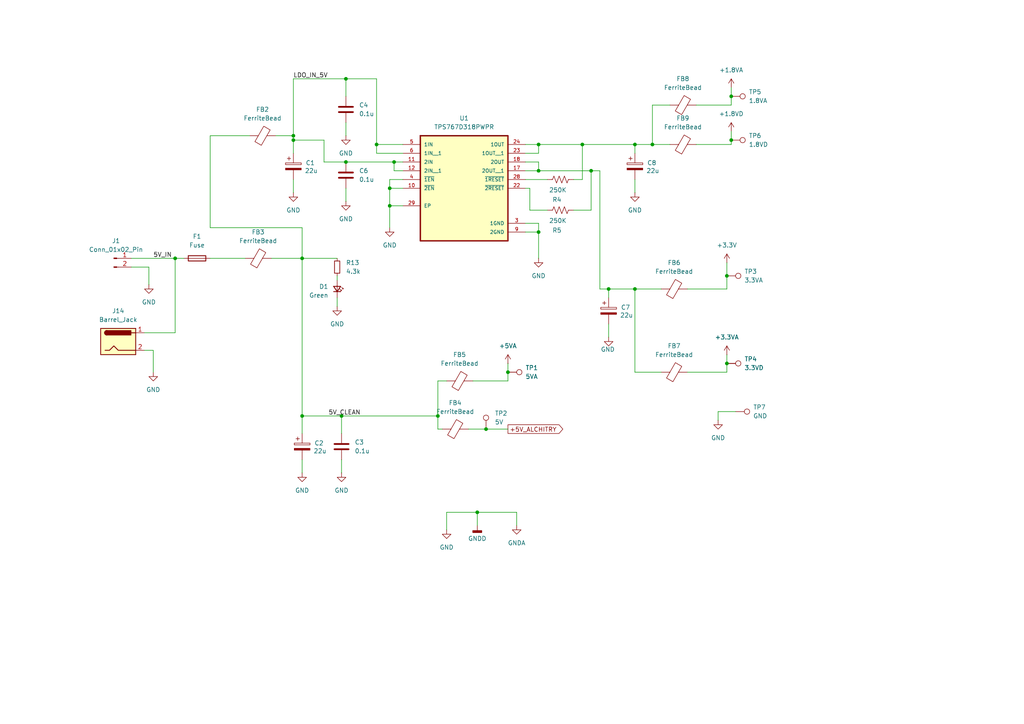
<source format=kicad_sch>
(kicad_sch (version 20231120) (generator "eeschema") (generator_version "8.0")
  (paper "A4")
  (title_block (title "Streamoscope") (date "2024-08-11") (rev "4") (company "Massachusetts Institute of Technology"))
  (lib_symbols
    (symbol "Connector:Barrel_Jack" (pin_names (offset 1.016))
      (property "Reference" "J" (at 0 5.334 0))
      (property "Value" "Barrel_Jack" (at 0 -5.08 0))
      (symbol "Barrel_Jack_0_1"
        (rectangle (start -5.08 3.81) (end 5.08 -3.81) (stroke (width 0.254)) (fill (type background)))
        (arc (start -3.302 3.175) (mid -3.9343 2.54) (end -3.302 1.905) (stroke (width 0.254)))
        (arc (start -3.302 3.175) (mid -3.9343 2.54) (end -3.302 1.905) (stroke (width 0.254)) (fill (type outline)))
        (polyline (pts (xy 5.08 2.54) (xy 3.81 2.54)) (stroke (width 0.254)))
        (polyline (pts (xy -3.81 -2.54) (xy -2.54 -2.54) (xy -1.27 -1.27) (xy 0 -2.54) (xy 2.54 -2.54) (xy 5.08 -2.54)) (stroke (width 0.254)))
        (rectangle (start 3.683 3.175) (end -3.302 1.905) (stroke (width 0.254)) (fill (type outline)))
      )
      (symbol "Barrel_Jack_1_1"
        (pin passive line (at 7.62 2.54 180) (length 2.54) (name "~") (number "1"))
        (pin passive line (at 7.62 -2.54 180) (length 2.54) (name "~") (number "2"))
      )
    )
    (symbol "Connector:Conn_01x02_Pin" (pin_names (offset 1.016) hide)
      (property "Reference" "J" (at 0 2.54 0))
      (property "Value" "Conn_01x02_Pin" (at 0 -5.08 0))
      (symbol "Conn_01x02_Pin_1_1"
        (polyline (pts (xy 1.27 -2.54) (xy 0.8636 -2.54)) (stroke (width 0.1524)))
        (polyline (pts (xy 1.27 0) (xy 0.8636 0)) (stroke (width 0.1524)))
        (rectangle (start 0.8636 -2.413) (end 0 -2.667) (stroke (width 0.1524)) (fill (type outline)))
        (rectangle (start 0.8636 0.127) (end 0 -0.127) (stroke (width 0.1524)) (fill (type outline)))
        (pin passive line (at 5.08 0 180) (length 3.81) (name "Pin_1") (number "1"))
        (pin passive line (at 5.08 -2.54 180) (length 3.81) (name "Pin_2") (number "2"))
      )
    )
    (symbol "Connector:TestPoint" (pin_numbers hide) (pin_names (offset 0.762) hide)
      (property "Reference" "TP" (at 0 6.858 0))
      (property "Value" "TestPoint" (at 0 5.08 0))
      (symbol "TestPoint_0_1"
        (circle (center 0 3.302) (radius 0.762))
      )
      (symbol "TestPoint_1_1"
        (pin passive line (at 0 0 90) (length 2.54) (name "1") (number "1"))
      )
    )
    (symbol "Device:C" (pin_numbers hide) (pin_names (offset 0.254))
      (property "Reference" "C" (at 0.635 2.54 0))
      (property "Value" "C" (at 0.635 -2.54 0))
      (symbol "C_0_1"
        (polyline (pts (xy -2.032 -0.762) (xy 2.032 -0.762)) (stroke (width 0.508)))
        (polyline (pts (xy -2.032 0.762) (xy 2.032 0.762)) (stroke (width 0.508)))
      )
      (symbol "C_1_1"
        (pin passive line (at 0 3.81 270) (length 2.794) (name "~") (number "1"))
        (pin passive line (at 0 -3.81 90) (length 2.794) (name "~") (number "2"))
      )
    )
    (symbol "Device:C_Polarized" (pin_numbers hide) (pin_names (offset 0.254))
      (property "Reference" "C" (at 0.635 2.54 0))
      (property "Value" "C_Polarized" (at 0.635 -2.54 0))
      (symbol "C_Polarized_0_1"
        (rectangle (start -2.286 0.508) (end 2.286 1.016))
        (polyline (pts (xy -1.778 2.286) (xy -0.762 2.286)))
        (polyline (pts (xy -1.27 2.794) (xy -1.27 1.778)))
        (rectangle (start 2.286 -0.508) (end -2.286 -1.016) (fill (type outline)))
      )
      (symbol "C_Polarized_1_1"
        (pin passive line (at 0 3.81 270) (length 2.794) (name "~") (number "1"))
        (pin passive line (at 0 -3.81 90) (length 2.794) (name "~") (number "2"))
      )
    )
    (symbol "Device:FerriteBead" (pin_numbers hide) (pin_names (offset 0))
      (property "Reference" "FB" (at -3.81 0.635 90))
      (property "Value" "FerriteBead" (at 3.81 0 90))
      (symbol "FerriteBead_0_1"
        (polyline (pts (xy 0 -1.27) (xy 0 -1.2192)))
        (polyline (pts (xy 0 1.27) (xy 0 1.2954)))
        (polyline (pts (xy -2.7686 0.4064) (xy -1.7018 2.2606) (xy 2.7686 -0.3048) (xy 1.6764 -2.159) (xy -2.7686 0.4064)))
      )
      (symbol "FerriteBead_1_1"
        (pin passive line (at 0 3.81 270) (length 2.54) (name "~") (number "1"))
        (pin passive line (at 0 -3.81 90) (length 2.54) (name "~") (number "2"))
      )
    )
    (symbol "Device:Fuse" (pin_numbers hide) (pin_names (offset 0))
      (property "Reference" "F" (at 2.032 0 90))
      (property "Value" "Fuse" (at -1.905 0 90))
      (symbol "Fuse_0_1"
        (rectangle (start -0.762 -2.54) (end 0.762 2.54) (stroke (width 0.254)))
        (polyline (pts (xy 0 2.54) (xy 0 -2.54)))
      )
      (symbol "Fuse_1_1"
        (pin passive line (at 0 3.81 270) (length 1.27) (name "~") (number "1"))
        (pin passive line (at 0 -3.81 90) (length 1.27) (name "~") (number "2"))
      )
    )
    (symbol "Device:LED_Small" (pin_numbers hide) (pin_names (offset 0.254) hide)
      (property "Reference" "D" (at -1.27 3.175 0))
      (property "Value" "LED_Small" (at -4.445 -2.54 0))
      (symbol "LED_Small_0_1"
        (polyline (pts (xy -0.762 -1.016) (xy -0.762 1.016)) (stroke (width 0.254)))
        (polyline (pts (xy 1.016 0) (xy -0.762 0)))
        (polyline (pts (xy 0.762 -1.016) (xy -0.762 0) (xy 0.762 1.016) (xy 0.762 -1.016)) (stroke (width 0.254)))
        (polyline (pts (xy 0 0.762) (xy -0.508 1.27) (xy -0.254 1.27) (xy -0.508 1.27) (xy -0.508 1.016)))
        (polyline (pts (xy 0.508 1.27) (xy 0 1.778) (xy 0.254 1.778) (xy 0 1.778) (xy 0 1.524)))
      )
      (symbol "LED_Small_1_1"
        (pin passive line (at -2.54 0 0) (length 1.778) (name "K") (number "1"))
        (pin passive line (at 2.54 0 180) (length 1.778) (name "A") (number "2"))
      )
    )
    (symbol "Device:R_Small" (pin_numbers hide) (pin_names (offset 0.254) hide)
      (property "Reference" "R" (at 0.762 0.508 0))
      (property "Value" "R_Small" (at 0.762 -1.016 0))
      (symbol "R_Small_0_1"
        (rectangle (start -0.762 1.778) (end 0.762 -1.778) (stroke (width 0.2032)))
      )
      (symbol "R_Small_1_1"
        (pin passive line (at 0 2.54 270) (length 0.762) (name "~") (number "1"))
        (pin passive line (at 0 -2.54 90) (length 0.762) (name "~") (number "2"))
      )
    )
    (symbol "Device:R_US" (pin_numbers hide) (pin_names (offset 0))
      (property "Reference" "R" (at 2.54 0 90))
      (property "Value" "R_US" (at -2.54 0 90))
      (symbol "R_US_0_1"
        (polyline (pts (xy 0 -2.286) (xy 0 -2.54)))
        (polyline (pts (xy 0 2.286) (xy 0 2.54)))
        (polyline (pts (xy 0 -0.762) (xy 1.016 -1.143) (xy 0 -1.524) (xy -1.016 -1.905) (xy 0 -2.286)))
        (polyline (pts (xy 0 0.762) (xy 1.016 0.381) (xy 0 0) (xy -1.016 -0.381) (xy 0 -0.762)))
        (polyline (pts (xy 0 2.286) (xy 1.016 1.905) (xy 0 1.524) (xy -1.016 1.143) (xy 0 0.762)))
      )
      (symbol "R_US_1_1"
        (pin passive line (at 0 3.81 270) (length 1.27) (name "~") (number "1"))
        (pin passive line (at 0 -3.81 90) (length 1.27) (name "~") (number "2"))
      )
    )
    (symbol "handheld_mri:+1.8VA" (power) (pin_names (offset 0))
      (property "Value" "+1.8VA" (at 0 3.556 0))
      (symbol "+1.8VA_0_1"
        (polyline (pts (xy -0.762 1.27) (xy 0 2.54)))
        (polyline (pts (xy 0 0) (xy 0 2.54)))
        (polyline (pts (xy 0 2.54) (xy 0.762 1.27)))
      )
      (symbol "+1.8VA_1_1"
        (pin power_in line (at 0 0 90) (length 0) hide (name "+1.8VA") (number "1"))
      )
    )
    (symbol "handheld_mri:+1.8VD" (power) (pin_names (offset 0))
      (property "Value" "+1.8VD" (at 0 3.556 0))
      (symbol "+1.8VD_0_1"
        (polyline (pts (xy -0.762 1.27) (xy 0 2.54)))
        (polyline (pts (xy 0 0) (xy 0 2.54)))
        (polyline (pts (xy 0 2.54) (xy 0.762 1.27)))
      )
      (symbol "+1.8VD_1_1"
        (pin power_in line (at 0 0 90) (length 0) hide (name "+1.8VD") (number "1"))
      )
    )
    (symbol "handheld_mri:TPS767D318PWPR" (pin_names (offset 1.016))
      (property "Reference" "U" (at -12.7 13.7 0))
      (property "Value" "TPS767D318PWPR" (at -12.7 -21.78 0))
      (symbol "TPS767D318PWPR_0_0"
        (rectangle (start -12.7 -17.78) (end 12.7 12.7) (stroke (width 0.41)) (fill (type background)))
        (pin input line (at -17.78 -2.54 0) (length 5.08) (name "~{2EN}") (number "10"))
        (pin input line (at -17.78 5.08 0) (length 5.08) (name "2IN") (number "11"))
        (pin input line (at -17.78 2.54 0) (length 5.08) (name "2IN__1") (number "12"))
        (pin output line (at 17.78 2.54 180) (length 5.08) (name "2OUT__1") (number "17"))
        (pin output line (at 17.78 5.08 180) (length 5.08) (name "2OUT") (number "18"))
        (pin output line (at 17.78 -2.54 180) (length 5.08) (name "~{2RESET}") (number "22"))
        (pin output line (at 17.78 7.62 180) (length 5.08) (name "1OUT__1") (number "23"))
        (pin output line (at 17.78 10.16 180) (length 5.08) (name "1OUT") (number "24"))
        (pin output line (at 17.78 0 180) (length 5.08) (name "~{1RESET}") (number "28"))
        (pin bidirectional line (at -17.78 -7.62 0) (length 5.08) (name "EP") (number "29"))
        (pin power_in line (at 17.78 -12.7 180) (length 5.08) (name "1GND") (number "3"))
        (pin input line (at -17.78 0 0) (length 5.08) (name "~{1EN}") (number "4"))
        (pin input line (at -17.78 10.16 0) (length 5.08) (name "1IN") (number "5"))
        (pin input line (at -17.78 7.62 0) (length 5.08) (name "1IN__1") (number "6"))
        (pin power_in line (at 17.78 -15.24 180) (length 5.08) (name "2GND") (number "9"))
      )
    )
    (symbol "power:+3.3V" (power) (pin_numbers hide) (pin_names (offset 0) hide)
      (property "Value" "+3.3V" (at 0 3.556 0))
      (symbol "+3.3V_0_1"
        (polyline (pts (xy -0.762 1.27) (xy 0 2.54)))
        (polyline (pts (xy 0 0) (xy 0 2.54)))
        (polyline (pts (xy 0 2.54) (xy 0.762 1.27)))
      )
      (symbol "+3.3V_1_1"
        (pin power_in line (at 0 0 90) (length 0) (name "~") (number "1"))
      )
    )
    (symbol "power:+3.3VA" (power) (pin_numbers hide) (pin_names (offset 0) hide)
      (property "Value" "+3.3VA" (at 0 3.556 0))
      (symbol "+3.3VA_0_1"
        (polyline (pts (xy -0.762 1.27) (xy 0 2.54)))
        (polyline (pts (xy 0 0) (xy 0 2.54)))
        (polyline (pts (xy 0 2.54) (xy 0.762 1.27)))
      )
      (symbol "+3.3VA_1_1"
        (pin power_in line (at 0 0 90) (length 0) (name "~") (number "1"))
      )
    )
    (symbol "power:+5VA" (power) (pin_numbers hide) (pin_names (offset 0) hide)
      (property "Value" "+5VA" (at 0 3.556 0))
      (symbol "+5VA_0_1"
        (polyline (pts (xy -0.762 1.27) (xy 0 2.54)))
        (polyline (pts (xy 0 0) (xy 0 2.54)))
        (polyline (pts (xy 0 2.54) (xy 0.762 1.27)))
      )
      (symbol "+5VA_1_1"
        (pin power_in line (at 0 0 90) (length 0) (name "~") (number "1"))
      )
    )
    (symbol "power:GND" (power) (pin_numbers hide) (pin_names (offset 0) hide)
      (property "Value" "GND" (at 0 -3.81 0))
      (symbol "GND_0_1"
        (polyline (pts (xy 0 0) (xy 0 -1.27) (xy 1.27 -1.27) (xy 0 -2.54) (xy -1.27 -1.27) (xy 0 -1.27)))
      )
      (symbol "GND_1_1"
        (pin power_in line (at 0 0 270) (length 0) (name "~") (number "1"))
      )
    )
    (symbol "power:GNDA" (power) (pin_numbers hide) (pin_names (offset 0) hide)
      (property "Value" "GNDA" (at 0 -3.81 0))
      (symbol "GNDA_0_1"
        (polyline (pts (xy 0 0) (xy 0 -1.27) (xy 1.27 -1.27) (xy 0 -2.54) (xy -1.27 -1.27) (xy 0 -1.27)))
      )
      (symbol "GNDA_1_1"
        (pin power_in line (at 0 0 270) (length 0) (name "~") (number "1"))
      )
    )
    (symbol "power:GNDD" (power) (pin_numbers hide) (pin_names (offset 0) hide)
      (property "Value" "GNDD" (at 0 -3.175 0))
      (symbol "GNDD_0_1"
        (rectangle (start -1.27 -1.524) (end 1.27 -2.032) (stroke (width 0.254)) (fill (type outline)))
        (polyline (pts (xy 0 0) (xy 0 -1.524)))
      )
      (symbol "GNDD_1_1"
        (pin power_in line (at 0 0 270) (length 0) (name "~") (number "1"))
      )
    )
  )
  (junction (at 147.32 107.95))
  (junction (at 184.15 83.82))
  (junction (at 210.82 105.41))
  (junction (at 87.63 74.93))
  (junction (at 100.33 22.86))
  (junction (at 85.09 40.64))
  (junction (at 212.09 40.64))
  (junction (at 114.3 46.99))
  (junction (at 85.09 39.37))
  (junction (at 212.09 27.94))
  (junction (at 156.21 41.91))
  (junction (at 189.23 41.91))
  (junction (at 210.82 80.01))
  (junction (at 100.33 46.99))
  (junction (at 184.15 41.91))
  (junction (at 156.21 67.31))
  (junction (at 109.22 41.91))
  (junction (at 171.45 49.53))
  (junction (at 50.8 74.93))
  (junction (at 168.91 41.91))
  (junction (at 99.06 120.65))
  (junction (at 140.97 124.46))
  (junction (at 127 120.65))
  (junction (at 113.03 59.69))
  (junction (at 87.63 120.65))
  (junction (at 176.53 83.82))
  (junction (at 138.43 148.59))
  (junction (at 156.21 49.53))
  (junction (at 113.03 54.61))
  (wire (pts (xy 168.91 52.07) (xy 168.91 41.91)))
  (wire (pts (xy 50.8 74.93) (xy 53.34 74.93)))
  (wire (pts (xy 166.37 52.07) (xy 168.91 52.07)))
  (wire (pts (xy 173.99 49.53) (xy 173.99 83.82)))
  (wire (pts (xy 176.53 83.82) (xy 176.53 86.36)))
  (wire (pts (xy 149.86 148.59) (xy 149.86 152.4)))
  (wire (pts (xy 152.4 64.77) (xy 156.21 64.77)))
  (wire (pts (xy 99.06 133.35) (xy 99.06 137.16)))
  (wire (pts (xy 87.63 120.65) (xy 87.63 125.73)))
  (wire (pts (xy 60.96 74.93) (xy 71.12 74.93)))
  (wire (pts (xy 194.31 30.48) (xy 189.23 30.48)))
  (wire (pts (xy 100.33 46.99) (xy 93.98 46.99)))
  (wire (pts (xy 158.75 60.96) (xy 153.67 60.96)))
  (wire (pts (xy 113.03 52.07) (xy 113.03 54.61)))
  (wire (pts (xy 156.21 44.45) (xy 156.21 41.91)))
  (wire (pts (xy 80.01 39.37) (xy 85.09 39.37)))
  (wire (pts (xy 137.16 110.49) (xy 147.32 110.49)))
  (wire (pts (xy 100.33 54.61) (xy 100.33 58.42)))
  (wire (pts (xy 85.09 40.64) (xy 85.09 44.45)))
  (wire (pts (xy 100.33 35.56) (xy 100.33 39.37)))
  (wire (pts (xy 184.15 41.91) (xy 189.23 41.91)))
  (wire (pts (xy 152.4 46.99) (xy 156.21 46.99)))
  (wire (pts (xy 87.63 120.65) (xy 99.06 120.65)))
  (wire (pts (xy 72.39 39.37) (xy 60.96 39.37)))
  (wire (pts (xy 147.32 110.49) (xy 147.32 107.95)))
  (wire (pts (xy 156.21 46.99) (xy 156.21 49.53)))
  (wire (pts (xy 87.63 74.93) (xy 87.63 120.65)))
  (wire (pts (xy 138.43 148.59) (xy 149.86 148.59)))
  (wire (pts (xy 109.22 41.91) (xy 116.84 41.91)))
  (wire (pts (xy 116.84 52.07) (xy 113.03 52.07)))
  (wire (pts (xy 156.21 49.53) (xy 171.45 49.53)))
  (wire (pts (xy 129.54 148.59) (xy 138.43 148.59)))
  (wire (pts (xy 184.15 41.91) (xy 184.15 44.45)))
  (wire (pts (xy 152.4 52.07) (xy 158.75 52.07)))
  (wire (pts (xy 199.39 107.95) (xy 210.82 107.95)))
  (wire (pts (xy 50.8 96.52) (xy 50.8 74.93)))
  (wire (pts (xy 156.21 67.31) (xy 156.21 74.93)))
  (wire (pts (xy 78.74 74.93) (xy 87.63 74.93)))
  (wire (pts (xy 208.28 119.38) (xy 213.36 119.38)))
  (wire (pts (xy 153.67 54.61) (xy 152.4 54.61)))
  (wire (pts (xy 113.03 54.61) (xy 116.84 54.61)))
  (wire (pts (xy 189.23 41.91) (xy 194.31 41.91)))
  (wire (pts (xy 38.1 74.93) (xy 50.8 74.93)))
  (wire (pts (xy 100.33 22.86) (xy 100.33 27.94)))
  (wire (pts (xy 171.45 60.96) (xy 171.45 49.53)))
  (wire (pts (xy 85.09 22.86) (xy 100.33 22.86)))
  (wire (pts (xy 199.39 83.82) (xy 210.82 83.82)))
  (wire (pts (xy 201.93 41.91) (xy 212.09 41.91)))
  (wire (pts (xy 113.03 59.69) (xy 116.84 59.69)))
  (wire (pts (xy 184.15 83.82) (xy 191.77 83.82)))
  (wire (pts (xy 184.15 52.07) (xy 184.15 55.88)))
  (wire (pts (xy 212.09 30.48) (xy 212.09 27.94)))
  (wire (pts (xy 87.63 74.93) (xy 87.63 66.04)))
  (wire (pts (xy 87.63 66.04) (xy 60.96 66.04)))
  (wire (pts (xy 208.28 121.92) (xy 208.28 119.38)))
  (wire (pts (xy 128.27 124.46) (xy 127 124.46)))
  (wire (pts (xy 210.82 105.41) (xy 210.82 102.87)))
  (wire (pts (xy 152.4 44.45) (xy 156.21 44.45)))
  (wire (pts (xy 97.79 80.01) (xy 97.79 81.28)))
  (wire (pts (xy 127 120.65) (xy 127 110.49)))
  (wire (pts (xy 114.3 49.53) (xy 114.3 46.99)))
  (wire (pts (xy 109.22 22.86) (xy 100.33 22.86)))
  (wire (pts (xy 212.09 41.91) (xy 212.09 40.64)))
  (wire (pts (xy 135.89 124.46) (xy 140.97 124.46)))
  (wire (pts (xy 113.03 59.69) (xy 113.03 66.04)))
  (wire (pts (xy 93.98 46.99) (xy 93.98 40.64)))
  (wire (pts (xy 41.91 101.6) (xy 44.45 101.6)))
  (wire (pts (xy 166.37 60.96) (xy 171.45 60.96)))
  (wire (pts (xy 41.91 96.52) (xy 50.8 96.52)))
  (wire (pts (xy 168.91 41.91) (xy 184.15 41.91)))
  (wire (pts (xy 43.18 77.47) (xy 38.1 77.47)))
  (wire (pts (xy 176.53 83.82) (xy 184.15 83.82)))
  (wire (pts (xy 173.99 83.82) (xy 176.53 83.82)))
  (wire (pts (xy 212.09 40.64) (xy 212.09 38.1)))
  (wire (pts (xy 184.15 107.95) (xy 191.77 107.95)))
  (wire (pts (xy 189.23 30.48) (xy 189.23 41.91)))
  (wire (pts (xy 116.84 49.53) (xy 114.3 49.53)))
  (wire (pts (xy 140.97 124.46) (xy 147.32 124.46)))
  (wire (pts (xy 60.96 66.04) (xy 60.96 39.37)))
  (wire (pts (xy 138.43 148.59) (xy 138.43 152.4)))
  (wire (pts (xy 109.22 41.91) (xy 109.22 22.86)))
  (wire (pts (xy 184.15 83.82) (xy 184.15 107.95)))
  (wire (pts (xy 212.09 27.94) (xy 212.09 25.4)))
  (wire (pts (xy 93.98 40.64) (xy 85.09 40.64)))
  (wire (pts (xy 113.03 54.61) (xy 113.03 59.69)))
  (wire (pts (xy 210.82 107.95) (xy 210.82 105.41)))
  (wire (pts (xy 100.33 46.99) (xy 114.3 46.99)))
  (wire (pts (xy 85.09 39.37) (xy 85.09 40.64)))
  (wire (pts (xy 87.63 74.93) (xy 97.79 74.93)))
  (wire (pts (xy 176.53 93.98) (xy 176.53 97.79)))
  (wire (pts (xy 85.09 22.86) (xy 85.09 39.37)))
  (wire (pts (xy 44.45 101.6) (xy 44.45 107.95)))
  (wire (pts (xy 109.22 44.45) (xy 109.22 41.91)))
  (wire (pts (xy 99.06 120.65) (xy 99.06 125.73)))
  (wire (pts (xy 156.21 41.91) (xy 168.91 41.91)))
  (wire (pts (xy 97.79 88.9) (xy 97.79 86.36)))
  (wire (pts (xy 156.21 64.77) (xy 156.21 67.31)))
  (wire (pts (xy 153.67 60.96) (xy 153.67 54.61)))
  (wire (pts (xy 152.4 41.91) (xy 156.21 41.91)))
  (wire (pts (xy 43.18 82.55) (xy 43.18 77.47)))
  (wire (pts (xy 210.82 83.82) (xy 210.82 80.01)))
  (wire (pts (xy 127 124.46) (xy 127 120.65)))
  (wire (pts (xy 99.06 120.65) (xy 127 120.65)))
  (wire (pts (xy 171.45 49.53) (xy 173.99 49.53)))
  (wire (pts (xy 116.84 44.45) (xy 109.22 44.45)))
  (wire (pts (xy 85.09 52.07) (xy 85.09 55.88)))
  (wire (pts (xy 114.3 46.99) (xy 116.84 46.99)))
  (wire (pts (xy 201.93 30.48) (xy 212.09 30.48)))
  (wire (pts (xy 152.4 67.31) (xy 156.21 67.31)))
  (wire (pts (xy 147.32 107.95) (xy 147.32 105.41)))
  (wire (pts (xy 87.63 133.35) (xy 87.63 137.16)))
  (wire (pts (xy 210.82 80.01) (xy 210.82 76.2)))
  (wire (pts (xy 127 110.49) (xy 129.54 110.49)))
  (wire (pts (xy 129.54 153.67) (xy 129.54 148.59)))
  (wire (pts (xy 152.4 49.53) (xy 156.21 49.53)))
  (label "LDO_IN_5V" (at 85.09 22.86 0))
  (label "5V_CLEAN" (at 95.25 120.65 0))
  (label "5V_IN" (at 44.45 74.93 0))
  (global_label "+5V_ALCHITRY" (shape output) (at 147.32 124.46 0) (property "Intersheetrefs" "${INTERSHEET_REFS}" (effects (hide yes))))
  (symbol (lib_id "power:GND") (at 176.53 97.79 0) (unit 1)
    (property "Reference" "#PWR021" (effects (hide yes)))
    (property "Value" "GND" (at 176.276 101.346 0))
    (property "Description" "Power symbol creates a global label with name \"GND\" , ground" (effects (hide yes)))
  )
  (symbol (lib_id "power:GNDD") (at 138.43 152.4 0) (unit 1)
    (property "Reference" "#PWR08" (effects (hide yes)))
    (property "Value" "GNDD" (at 138.43 156.21 0))
    (property "Description" "Power symbol creates a global label with name \"GNDD\" , digital ground" (effects (hide yes)))
  )
  (symbol (lib_id "Device:FerriteBead") (at 133.35 110.49 90) (unit 1)
    (property "Reference" "FB5" (at 133.2992 102.87 90))
    (property "Value" "FerriteBead" (at 133.2992 105.41 90))
    (property "Footprint" "Inductor_SMD:L_0805_2012Metric" (effects (hide yes)))
    (property "Description" "Ferrite bead" (effects (hide yes)))
  )
  (symbol (lib_id "handheld_mri:+1.8VA") (at 212.09 25.4 0) (unit 1)
    (property "Reference" "#PWR029" (effects (hide yes)))
    (property "Value" "+1.8VA" (at 212.09 20.32 0))
    (property "Description" "Power symbol creates a global label with name \"+1.8VA\"" (effects (hide yes)))
  )
  (symbol (lib_id "Connector:TestPoint") (at 212.09 40.64 270) (unit 1)
    (property "Reference" "TP6" (at 217.17 39.3699 90) (effects (justify left)))
    (property "Value" "1.8VD" (at 217.17 41.9099 90) (effects (justify left)))
    (property "Footprint" "TestPoint:TestPoint_Pad_2.0x2.0mm" (effects (hide yes)))
    (property "Description" "test point" (effects (hide yes)))
  )
  (symbol (lib_id "power:+3.3VA") (at 210.82 102.87 0) (unit 1)
    (property "Reference" "#PWR010" (effects (hide yes)))
    (property "Value" "+3.3VA" (at 210.82 97.79 0))
    (property "Description" "Power symbol creates a global label with name \"+3.3VA\"" (effects (hide yes)))
  )
  (symbol (lib_id "power:GND") (at 100.33 58.42 0) (unit 1)
    (property "Reference" "#PWR06" (effects (hide yes)))
    (property "Value" "GND" (at 100.33 63.5 0))
    (property "Description" "Power symbol creates a global label with name \"GND\" , ground" (effects (hide yes)))
  )
  (symbol (lib_id "handheld_mri:TPS767D318PWPR") (at 134.62 52.07 0) (unit 1)
    (property "Reference" "U1" (at 134.62 34.29 0))
    (property "Value" "TPS767D318PWPR" (at 134.62 36.83 0))
    (property "Footprint" "TPS767D318PWPR:IC_TPS61196PWPRQ1" (effects (hide yes)))
  )
  (symbol (lib_id "Device:FerriteBead") (at 74.93 74.93 90) (unit 1)
    (property "Reference" "FB3" (at 74.8792 67.31 90))
    (property "Value" "FerriteBead" (at 74.8792 69.85 90))
    (property "Footprint" "Inductor_SMD:L_0805_2012Metric" (effects (hide yes)))
    (property "Description" "Ferrite bead" (effects (hide yes)))
  )
  (symbol (lib_id "power:GND") (at 129.54 153.67 0) (unit 1)
    (property "Reference" "#PWR0110" (effects (hide yes)))
    (property "Value" "GND" (at 129.54 158.75 0))
    (property "Description" "Power symbol creates a global label with name \"GND\" , ground" (effects (hide yes)))
  )
  (symbol (lib_id "power:+3.3V") (at 210.82 76.2 0) (unit 1)
    (property "Reference" "#PWR013" (effects (hide yes)))
    (property "Value" "+3.3V" (at 210.82 71.12 0))
    (property "Description" "Power symbol creates a global label with name \"+3.3V\"" (effects (hide yes)))
  )
  (symbol (lib_id "Device:FerriteBead") (at 198.12 30.48 90) (unit 1)
    (property "Reference" "FB8" (at 198.0692 22.86 90))
    (property "Value" "FerriteBead" (at 198.0692 25.4 90))
    (property "Footprint" "Inductor_SMD:L_0805_2012Metric" (effects (hide yes)))
    (property "Description" "Ferrite bead" (effects (hide yes)))
  )
  (symbol (lib_id "power:+5VA") (at 147.32 105.41 0) (unit 1)
    (property "Reference" "#PWR09" (effects (hide yes)))
    (property "Value" "+5VA" (at 147.32 100.33 0))
    (property "Description" "Power symbol creates a global label with name \"+5VA\"" (effects (hide yes)))
  )
  (symbol (lib_id "Device:C") (at 99.06 129.54 0) (unit 1)
    (property "Reference" "C3" (at 102.87 128.2699 0) (effects (justify left)))
    (property "Value" "0.1u" (at 102.87 130.8099 0) (effects (justify left)))
    (property "Footprint" "Capacitor_SMD:C_0402_1005Metric_Pad0.74x0.62mm_HandSolder" (effects (hide yes)))
    (property "Description" "Unpolarized capacitor" (effects (hide yes)))
  )
  (symbol (lib_id "Device:Fuse") (at 57.15 74.93 90) (unit 1)
    (property "Reference" "F1" (at 57.15 68.58 90))
    (property "Value" "Fuse" (at 57.15 71.12 90))
    (property "Footprint" "Fuse:Fuse_0402_1005Metric_Pad0.77x0.64mm_HandSolder" (effects (hide yes)))
    (property "Description" "Fuse" (effects (hide yes)))
  )
  (symbol (lib_id "Device:FerriteBead") (at 132.08 124.46 90) (unit 1)
    (property "Reference" "FB4" (at 132.0292 116.84 90))
    (property "Value" "FerriteBead" (at 132.0292 119.38 90))
    (property "Footprint" "Inductor_SMD:L_0805_2012Metric" (effects (hide yes)))
    (property "Description" "Ferrite bead" (effects (hide yes)))
  )
  (symbol (lib_id "Connector:Conn_01x02_Pin") (at 33.02 74.93 0) (unit 1)
    (property "Reference" "J1" (at 33.655 69.85 0))
    (property "Value" "Conn_01x02_Pin" (at 33.655 72.39 0))
    (property "Footprint" "Connector_PinHeader_2.54mm:PinHeader_1x02_P2.54mm_Vertical" (effects (hide yes)))
    (property "Description" "Generic connector, single row, 01x02, script generated" (effects (hide yes)))
  )
  (symbol (lib_id "power:GND") (at 97.79 88.9 0) (unit 1)
    (property "Reference" "#PWR0101" (effects (hide yes)))
    (property "Value" "GND" (at 97.79 93.98 0))
  )
  (symbol (lib_id "Device:FerriteBead") (at 195.58 107.95 90) (unit 1)
    (property "Reference" "FB7" (at 195.5292 100.33 90))
    (property "Value" "FerriteBead" (at 195.5292 102.87 90))
    (property "Footprint" "Inductor_SMD:L_0805_2012Metric" (effects (hide yes)))
    (property "Description" "Ferrite bead" (effects (hide yes)))
  )
  (symbol (lib_id "handheld_mri:+1.8VD") (at 212.09 38.1 0) (unit 1)
    (property "Reference" "#PWR030" (effects (hide yes)))
    (property "Value" "+1.8VD" (at 212.09 33.02 0))
    (property "Description" "Power symbol creates a global label with name \"+1.8VD\"" (effects (hide yes)))
  )
  (symbol (lib_id "power:GND") (at 208.28 121.92 0) (unit 1)
    (property "Reference" "#PWR085" (effects (hide yes)))
    (property "Value" "GND" (at 208.28 127 0))
    (property "Description" "Power symbol creates a global label with name \"GND\" , ground" (effects (hide yes)))
  )
  (symbol (lib_id "Device:FerriteBead") (at 76.2 39.37 90) (unit 1)
    (property "Reference" "FB2" (at 76.1492 31.75 90))
    (property "Value" "FerriteBead" (at 76.1492 34.29 90))
    (property "Footprint" "Inductor_SMD:L_0805_2012Metric" (effects (hide yes)))
    (property "Description" "Ferrite bead" (effects (hide yes)))
  )
  (symbol (lib_id "Device:FerriteBead") (at 195.58 83.82 90) (unit 1)
    (property "Reference" "FB6" (at 195.5292 76.2 90))
    (property "Value" "FerriteBead" (at 195.5292 78.74 90))
    (property "Footprint" "Inductor_SMD:L_0805_2012Metric" (effects (hide yes)))
    (property "Description" "Ferrite bead" (effects (hide yes)))
  )
  (symbol (lib_id "power:GND") (at 100.33 39.37 0) (unit 1)
    (property "Reference" "#PWR05" (effects (hide yes)))
    (property "Value" "GND" (at 100.33 44.45 0))
    (property "Description" "Power symbol creates a global label with name \"GND\" , ground" (effects (hide yes)))
  )
  (symbol (lib_id "power:GND") (at 184.15 55.88 0) (unit 1)
    (property "Reference" "#PWR022" (effects (hide yes)))
    (property "Value" "GND" (at 184.15 60.96 0))
    (property "Description" "Power symbol creates a global label with name \"GND\" , ground" (effects (hide yes)))
  )
  (symbol (lib_id "Device:C_Polarized") (at 85.09 48.26 0) (unit 1)
    (property "Reference" "C1" (at 88.646 47.244 0) (effects (justify left)))
    (property "Value" "22u" (at 88.392 49.53 0) (effects (justify left)))
    (property "Footprint" "Capacitor_Tantalum_SMD:CP_EIA-6032-20_AVX-F" (effects (hide yes)))
    (property "Description" "Polarized capacitor" (effects (hide yes)))
  )
  (symbol (lib_id "power:GNDA") (at 149.86 152.4 0) (unit 1)
    (property "Reference" "#PWR014" (effects (hide yes)))
    (property "Value" "GNDA" (at 149.86 157.48 0))
    (property "Description" "Power symbol creates a global label with name \"GNDA\" , analog ground" (effects (hide yes)))
  )
  (symbol (lib_id "Device:C") (at 100.33 31.75 0) (unit 1)
    (property "Reference" "C4" (at 104.14 30.4799 0) (effects (justify left)))
    (property "Value" "0.1u" (at 104.14 33.0199 0) (effects (justify left)))
    (property "Footprint" "Capacitor_SMD:C_0402_1005Metric_Pad0.74x0.62mm_HandSolder" (effects (hide yes)))
    (property "Description" "Unpolarized capacitor" (effects (hide yes)))
  )
  (symbol (lib_id "power:GND") (at 87.63 137.16 0) (unit 1)
    (property "Reference" "#PWR03" (effects (hide yes)))
    (property "Value" "GND" (at 87.63 142.24 0))
    (property "Description" "Power symbol creates a global label with name \"GND\" , ground" (effects (hide yes)))
  )
  (symbol (lib_id "Connector:TestPoint") (at 212.09 27.94 270) (unit 1)
    (property "Reference" "TP5" (at 217.17 26.6699 90) (effects (justify left)))
    (property "Value" "1.8VA" (at 217.17 29.2099 90) (effects (justify left)))
    (property "Footprint" "TestPoint:TestPoint_Pad_2.0x2.0mm" (effects (hide yes)))
    (property "Description" "test point" (effects (hide yes)))
  )
  (symbol (lib_id "Connector:TestPoint") (at 213.36 119.38 270) (unit 1)
    (property "Reference" "TP7" (at 218.44 118.1099 90) (effects (justify left)))
    (property "Value" "GND" (at 218.44 120.6499 90) (effects (justify left)))
    (property "Footprint" "TestPoint:TestPoint_Pad_2.0x2.0mm" (effects (hide yes)))
    (property "Description" "test point" (effects (hide yes)))
  )
  (symbol (lib_id "Connector:TestPoint") (at 210.82 105.41 270) (unit 1)
    (property "Reference" "TP4" (at 215.9 104.1399 90) (effects (justify left)))
    (property "Value" "3.3VD" (at 215.9 106.6799 90) (effects (justify left)))
    (property "Footprint" "TestPoint:TestPoint_Pad_2.0x2.0mm" (effects (hide yes)))
    (property "Description" "test point" (effects (hide yes)))
  )
  (symbol (lib_id "Connector:TestPoint") (at 140.97 124.46 0) (unit 1)
    (property "Reference" "TP2" (at 143.51 119.8879 0) (effects (justify left)))
    (property "Value" "5V" (at 143.51 122.4279 0) (effects (justify left)))
    (property "Footprint" "TestPoint:TestPoint_Pad_2.0x2.0mm" (effects (hide yes)))
    (property "Description" "test point" (effects (hide yes)))
  )
  (symbol (lib_id "Device:R_US") (at 162.56 60.96 90) (unit 1)
    (property "Reference" "R5" (at 161.544 66.802 90))
    (property "Value" "250K" (at 161.798 64.008 90))
    (property "Footprint" "Resistor_SMD:R_0402_1005Metric_Pad0.72x0.64mm_HandSolder" (effects (hide yes)))
    (property "Description" "Resistor, US symbol" (effects (hide yes)))
  )
  (symbol (lib_id "Device:R_Small") (at 97.79 77.47 180) (unit 1)
    (property "Reference" "R13" (at 100.33 76.2 0) (effects (justify right)))
    (property "Value" "4.3k" (at 100.33 78.74 0) (effects (justify right)))
    (property "Footprint" "Resistor_SMD:R_0402_1005Metric_Pad0.72x0.64mm_HandSolder" (effects (hide yes)))
  )
  (symbol (lib_id "Device:C_Polarized") (at 176.53 90.17 0) (unit 1)
    (property "Reference" "C7" (at 180.086 89.154 0) (effects (justify left)))
    (property "Value" "22u" (at 179.832 91.44 0) (effects (justify left)))
    (property "Footprint" "Capacitor_Tantalum_SMD:CP_EIA-6032-20_AVX-F" (effects (hide yes)))
    (property "Description" "Polarized capacitor" (effects (hide yes)))
  )
  (symbol (lib_id "power:GND") (at 113.03 66.04 0) (unit 1)
    (property "Reference" "#PWR07" (effects (hide yes)))
    (property "Value" "GND" (at 113.03 71.12 0))
    (property "Description" "Power symbol creates a global label with name \"GND\" , ground" (effects (hide yes)))
  )
  (symbol (lib_id "Connector:Barrel_Jack") (at 34.29 99.06 0) (unit 1)
    (property "Reference" "J14" (at 34.29 90.17 0))
    (property "Value" "Barrel_Jack" (at 34.29 92.71 0))
    (property "Footprint" "Connector_BarrelJack:BarrelJack_Horizontal" (effects (hide yes)))
    (property "Description" "DC Barrel Jack" (effects (hide yes)))
  )
  (symbol (lib_id "Device:C") (at 100.33 50.8 0) (unit 1)
    (property "Reference" "C6" (at 104.14 49.5299 0) (effects (justify left)))
    (property "Value" "0.1u " (at 104.14 52.0699 0) (effects (justify left)))
    (property "Footprint" "Capacitor_SMD:C_0402_1005Metric_Pad0.74x0.62mm_HandSolder" (effects (hide yes)))
    (property "Description" "Unpolarized capacitor" (effects (hide yes)))
  )
  (symbol (lib_id "Device:C_Polarized") (at 184.15 48.26 0) (unit 1)
    (property "Reference" "C8" (at 187.706 47.244 0) (effects (justify left)))
    (property "Value" "22u" (at 187.452 49.53 0) (effects (justify left)))
    (property "Footprint" "Capacitor_Tantalum_SMD:CP_EIA-6032-20_AVX-F" (effects (hide yes)))
    (property "Description" "Polarized capacitor" (effects (hide yes)))
  )
  (symbol (lib_id "Connector:TestPoint") (at 210.82 80.01 270) (unit 1)
    (property "Reference" "TP3" (at 215.9 78.7399 90) (effects (justify left)))
    (property "Value" "3.3VA" (at 215.9 81.2799 90) (effects (justify left)))
    (property "Footprint" "TestPoint:TestPoint_Pad_2.0x2.0mm" (effects (hide yes)))
    (property "Description" "test point" (effects (hide yes)))
  )
  (symbol (lib_id "Device:FerriteBead") (at 198.12 41.91 90) (unit 1)
    (property "Reference" "FB9" (at 198.0692 34.29 90))
    (property "Value" "FerriteBead" (at 198.0692 36.83 90))
    (property "Footprint" "Inductor_SMD:L_0805_2012Metric" (effects (hide yes)))
    (property "Description" "Ferrite bead" (effects (hide yes)))
  )
  (symbol (lib_id "Device:R_US") (at 162.56 52.07 90) (unit 1)
    (property "Reference" "R4" (at 161.544 57.912 90))
    (property "Value" "250K" (at 161.798 55.118 90))
    (property "Footprint" "Resistor_SMD:R_0402_1005Metric_Pad0.72x0.64mm_HandSolder" (effects (hide yes)))
    (property "Description" "Resistor, US symbol" (effects (hide yes)))
  )
  (symbol (lib_id "power:GND") (at 44.45 107.95 0) (unit 1)
    (property "Reference" "#PWR048" (effects (hide yes)))
    (property "Value" "GND" (at 44.45 113.03 0))
    (property "Description" "Power symbol creates a global label with name \"GND\" , ground" (effects (hide yes)))
  )
  (symbol (lib_id "power:GND") (at 85.09 55.88 0) (unit 1)
    (property "Reference" "#PWR02" (effects (hide yes)))
    (property "Value" "GND" (at 85.09 60.96 0))
    (property "Description" "Power symbol creates a global label with name \"GND\" , ground" (effects (hide yes)))
  )
  (symbol (lib_id "power:GND") (at 156.21 74.93 0) (unit 1)
    (property "Reference" "#PWR016" (effects (hide yes)))
    (property "Value" "GND" (at 156.21 80.01 0))
    (property "Description" "Power symbol creates a global label with name \"GND\" , ground" (effects (hide yes)))
  )
  (symbol (lib_id "Device:C_Polarized") (at 87.63 129.54 0) (unit 1)
    (property "Reference" "C2" (at 91.186 128.524 0) (effects (justify left)))
    (property "Value" "22u" (at 90.932 130.81 0) (effects (justify left)))
    (property "Footprint" "Capacitor_Tantalum_SMD:CP_EIA-6032-20_AVX-F" (effects (hide yes)))
    (property "Description" "Polarized capacitor" (effects (hide yes)))
  )
  (symbol (lib_id "power:GND") (at 43.18 82.55 0) (unit 1)
    (property "Reference" "#PWR01" (effects (hide yes)))
    (property "Value" "GND" (at 43.18 87.63 0))
    (property "Description" "Power symbol creates a global label with name \"GND\" , ground" (effects (hide yes)))
  )
  (symbol (lib_id "Device:LED_Small") (at 97.79 83.82 270) (mirror x) (unit 1)
    (property "Reference" "D1" (at 95.25 83.1215 90) (effects (justify right)))
    (property "Value" "Green" (at 95.25 85.6615 90) (effects (justify right)))
    (property "Footprint" "LED_SMD:LED_0603_1608Metric" (effects (hide yes)))
  )
  (symbol (lib_id "power:GND") (at 99.06 137.16 0) (unit 1)
    (property "Reference" "#PWR04" (effects (hide yes)))
    (property "Value" "GND" (at 99.06 142.24 0))
    (property "Description" "Power symbol creates a global label with name \"GND\" , ground" (effects (hide yes)))
  )
  (symbol (lib_id "Connector:TestPoint") (at 147.32 107.95 270) (unit 1)
    (property "Reference" "TP1" (at 152.4 106.6799 90) (effects (justify left)))
    (property "Value" "5VA" (at 152.4 109.2199 90) (effects (justify left)))
    (property "Footprint" "TestPoint:TestPoint_Pad_2.0x2.0mm" (effects (hide yes)))
    (property "Description" "test point" (effects (hide yes)))
  )
)
</source>
